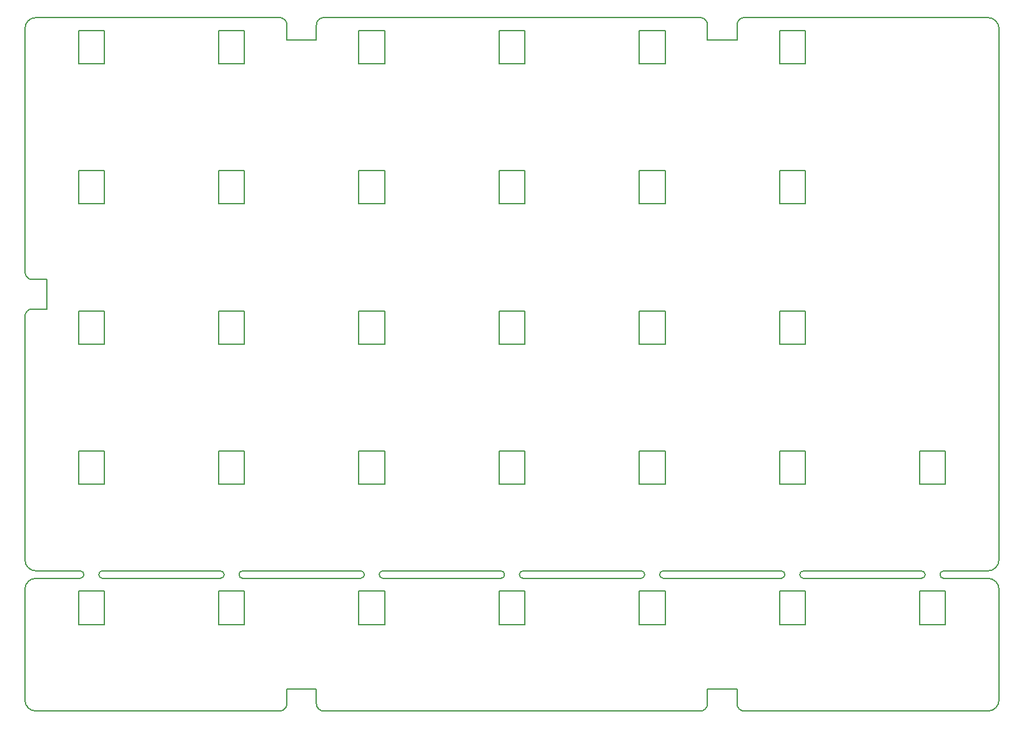
<source format=gbr>
G04 #@! TF.GenerationSoftware,KiCad,Pcbnew,(5.1.2)-2*
G04 #@! TF.CreationDate,2019-08-20T00:13:47-05:00*
G04 #@! TF.ProjectId,helix,68656c69-782e-46b6-9963-61645f706362,rev?*
G04 #@! TF.SameCoordinates,Original*
G04 #@! TF.FileFunction,Profile,NP*
%FSLAX46Y46*%
G04 Gerber Fmt 4.6, Leading zero omitted, Abs format (unit mm)*
G04 Created by KiCad (PCBNEW (5.1.2)-2) date 2019-08-20 00:13:47*
%MOMM*%
%LPD*%
G04 APERTURE LIST*
%ADD10C,0.150000*%
G04 APERTURE END LIST*
D10*
X180500000Y-138000000D02*
X213500000Y-138000000D01*
X179500000Y-135000000D02*
X179500000Y-137000000D01*
X175500000Y-137000000D02*
X175500000Y-135000000D01*
X123500000Y-138000000D02*
X174500000Y-138000000D01*
X117500000Y-138000000D02*
X84500000Y-138000000D01*
X122500000Y-135000000D02*
X122500000Y-137000000D01*
X118500000Y-135000000D02*
X118500000Y-137000000D01*
X83000000Y-84500000D02*
X83000000Y-117500000D01*
X86000000Y-83500000D02*
X84000000Y-83500000D01*
X84000000Y-79500000D02*
X86000000Y-79500000D01*
X83000000Y-45500000D02*
X83000000Y-78500000D01*
X179500000Y-137000000D02*
G75*
G03X180500000Y-138000000I1000000J0D01*
G01*
X174500000Y-138000000D02*
G75*
G03X175500000Y-137000000I0J1000000D01*
G01*
X122500000Y-137000000D02*
G75*
G03X123500000Y-138000000I1000000J0D01*
G01*
X117500000Y-138000000D02*
G75*
G03X118500000Y-137000000I0J1000000D01*
G01*
X84000000Y-83500000D02*
G75*
G03X83000000Y-84500000I0J-1000000D01*
G01*
X83000000Y-78500000D02*
G75*
G03X84000000Y-79500000I1000000J0D01*
G01*
X180500000Y-44000000D02*
X213500000Y-44000000D01*
X179500000Y-45000000D02*
X179500000Y-47000000D01*
X180500000Y-44000000D02*
G75*
G03X179500000Y-45000000I0J-1000000D01*
G01*
X175500000Y-45000000D02*
X175500000Y-47000000D01*
X175500000Y-45000000D02*
G75*
G03X174500000Y-44000000I-1000000J0D01*
G01*
X123500000Y-44000000D02*
X174500000Y-44000000D01*
X122500000Y-47000000D02*
X122500000Y-45000000D01*
X123500000Y-44000000D02*
G75*
G03X122500000Y-45000000I0J-1000000D01*
G01*
X117500000Y-44000000D02*
X84500000Y-44000000D01*
X118500000Y-45000000D02*
X118500000Y-47000000D01*
X118500000Y-45000000D02*
G75*
G03X117500000Y-44000000I-1000000J0D01*
G01*
X175500000Y-135000000D02*
X179500000Y-135000000D01*
X118500000Y-135000000D02*
X122500000Y-135000000D01*
X175500000Y-47000000D02*
X179500000Y-47000000D01*
X118500000Y-47000000D02*
X122500000Y-47000000D01*
X86000000Y-79500000D02*
X86000000Y-83500000D01*
X204250000Y-126250000D02*
X204250000Y-121750000D01*
X207750000Y-126250000D02*
X204250000Y-126250000D01*
X207750000Y-121750000D02*
X207750000Y-126250000D01*
X204250000Y-121750000D02*
X207750000Y-121750000D01*
X185250000Y-126250000D02*
X185250000Y-121750000D01*
X188750000Y-126250000D02*
X185250000Y-126250000D01*
X188750000Y-121750000D02*
X188750000Y-126250000D01*
X185250000Y-121750000D02*
X188750000Y-121750000D01*
X166250000Y-126250000D02*
X166250000Y-121750000D01*
X169750000Y-126250000D02*
X166250000Y-126250000D01*
X169750000Y-121750000D02*
X169750000Y-126250000D01*
X166250000Y-121750000D02*
X169750000Y-121750000D01*
X147250000Y-126250000D02*
X147250000Y-121750000D01*
X150750000Y-126250000D02*
X147250000Y-126250000D01*
X150750000Y-121750000D02*
X150750000Y-126250000D01*
X147250000Y-121750000D02*
X150750000Y-121750000D01*
X128250000Y-126250000D02*
X128250000Y-121750000D01*
X131750000Y-126250000D02*
X128250000Y-126250000D01*
X131750000Y-121750000D02*
X131750000Y-126250000D01*
X128250000Y-121750000D02*
X131750000Y-121750000D01*
X109250000Y-126250000D02*
X109250000Y-121750000D01*
X112750000Y-126250000D02*
X109250000Y-126250000D01*
X112750000Y-121750000D02*
X112750000Y-126250000D01*
X109250000Y-121750000D02*
X112750000Y-121750000D01*
X90250000Y-126250000D02*
X90250000Y-121750000D01*
X93750000Y-126250000D02*
X90250000Y-126250000D01*
X93750000Y-121750000D02*
X93750000Y-126250000D01*
X90250000Y-121750000D02*
X93750000Y-121750000D01*
X90250000Y-107250000D02*
X90250000Y-102750000D01*
X93750000Y-107250000D02*
X90250000Y-107250000D01*
X93750000Y-102750000D02*
X93750000Y-107250000D01*
X90250000Y-102750000D02*
X93750000Y-102750000D01*
X109250000Y-107250000D02*
X109250000Y-102750000D01*
X112750000Y-107250000D02*
X109250000Y-107250000D01*
X112750000Y-102750000D02*
X112750000Y-107250000D01*
X109250000Y-102750000D02*
X112750000Y-102750000D01*
X128250000Y-107250000D02*
X128250000Y-102750000D01*
X131750000Y-107250000D02*
X128250000Y-107250000D01*
X131750000Y-102750000D02*
X131750000Y-107250000D01*
X128250000Y-102750000D02*
X131750000Y-102750000D01*
X147250000Y-107250000D02*
X147250000Y-102750000D01*
X150750000Y-107250000D02*
X147250000Y-107250000D01*
X150750000Y-102750000D02*
X150750000Y-107250000D01*
X147250000Y-102750000D02*
X150750000Y-102750000D01*
X166250000Y-107250000D02*
X166250000Y-102750000D01*
X169750000Y-107250000D02*
X166250000Y-107250000D01*
X169750000Y-102750000D02*
X169750000Y-107250000D01*
X166250000Y-102750000D02*
X169750000Y-102750000D01*
X185250000Y-107250000D02*
X185250000Y-102750000D01*
X188750000Y-107250000D02*
X185250000Y-107250000D01*
X188750000Y-102750000D02*
X188750000Y-107250000D01*
X185250000Y-102750000D02*
X188750000Y-102750000D01*
X204250000Y-107250000D02*
X204250000Y-102750000D01*
X207750000Y-107250000D02*
X204250000Y-107250000D01*
X207750000Y-102750000D02*
X207750000Y-107250000D01*
X204250000Y-102750000D02*
X207750000Y-102750000D01*
X185250000Y-88250000D02*
X185250000Y-83750000D01*
X188750000Y-88250000D02*
X185250000Y-88250000D01*
X188750000Y-83750000D02*
X188750000Y-88250000D01*
X185250000Y-83750000D02*
X188750000Y-83750000D01*
X166250000Y-88250000D02*
X166250000Y-83750000D01*
X169750000Y-88250000D02*
X166250000Y-88250000D01*
X169750000Y-83750000D02*
X169750000Y-88250000D01*
X166250000Y-83750000D02*
X169750000Y-83750000D01*
X147250000Y-88250000D02*
X147250000Y-83750000D01*
X150750000Y-88250000D02*
X147250000Y-88250000D01*
X150750000Y-83750000D02*
X150750000Y-88250000D01*
X147250000Y-83750000D02*
X150750000Y-83750000D01*
X128250000Y-88250000D02*
X128250000Y-83750000D01*
X131750000Y-88250000D02*
X128250000Y-88250000D01*
X131750000Y-83750000D02*
X131750000Y-88250000D01*
X128250000Y-83750000D02*
X131750000Y-83750000D01*
X109250000Y-88250000D02*
X109250000Y-83750000D01*
X112750000Y-88250000D02*
X109250000Y-88250000D01*
X112750000Y-83750000D02*
X112750000Y-88250000D01*
X109250000Y-83750000D02*
X112750000Y-83750000D01*
X90250000Y-88250000D02*
X90250000Y-83750000D01*
X93750000Y-88250000D02*
X90250000Y-88250000D01*
X93750000Y-83750000D02*
X93750000Y-88250000D01*
X90250000Y-83750000D02*
X93750000Y-83750000D01*
X90250000Y-69250000D02*
X90250000Y-64750000D01*
X93750000Y-69250000D02*
X90250000Y-69250000D01*
X93750000Y-64750000D02*
X93750000Y-69250000D01*
X90250000Y-64750000D02*
X93750000Y-64750000D01*
X109250000Y-69250000D02*
X109250000Y-64750000D01*
X112750000Y-69250000D02*
X109250000Y-69250000D01*
X112750000Y-64750000D02*
X112750000Y-69250000D01*
X109250000Y-64750000D02*
X112750000Y-64750000D01*
X128250000Y-69250000D02*
X128250000Y-64750000D01*
X131750000Y-69250000D02*
X128250000Y-69250000D01*
X131750000Y-64750000D02*
X131750000Y-69250000D01*
X128250000Y-64750000D02*
X131750000Y-64750000D01*
X147250000Y-69250000D02*
X147250000Y-64750000D01*
X150750000Y-69250000D02*
X147250000Y-69250000D01*
X150750000Y-64750000D02*
X150750000Y-69250000D01*
X147250000Y-64750000D02*
X150750000Y-64750000D01*
X166250000Y-69250000D02*
X166250000Y-64750000D01*
X169750000Y-69250000D02*
X166250000Y-69250000D01*
X169750000Y-64750000D02*
X169750000Y-69250000D01*
X166250000Y-64750000D02*
X169750000Y-64750000D01*
X185250000Y-69250000D02*
X185250000Y-64750000D01*
X188750000Y-69250000D02*
X185250000Y-69250000D01*
X188750000Y-64750000D02*
X188750000Y-69250000D01*
X185250000Y-64750000D02*
X188750000Y-64750000D01*
X185250000Y-50250000D02*
X185250000Y-45750000D01*
X188750000Y-50250000D02*
X185250000Y-50250000D01*
X188750000Y-45750000D02*
X188750000Y-50250000D01*
X185250000Y-45750000D02*
X188750000Y-45750000D01*
X166250000Y-50250000D02*
X166250000Y-45750000D01*
X169750000Y-50250000D02*
X166250000Y-50250000D01*
X169750000Y-45750000D02*
X169750000Y-50250000D01*
X166250000Y-45750000D02*
X169750000Y-45750000D01*
X147250000Y-50250000D02*
X147250000Y-45750000D01*
X150750000Y-50250000D02*
X147250000Y-50250000D01*
X150750000Y-45750000D02*
X150750000Y-50250000D01*
X147250000Y-45750000D02*
X150750000Y-45750000D01*
X128250000Y-50250000D02*
X128250000Y-45750000D01*
X131750000Y-50250000D02*
X128250000Y-50250000D01*
X131750000Y-45750000D02*
X131750000Y-50250000D01*
X128250000Y-45750000D02*
X131750000Y-45750000D01*
X109250000Y-50250000D02*
X109250000Y-45750000D01*
X112750000Y-50250000D02*
X109250000Y-50250000D01*
X112750000Y-45750000D02*
X112750000Y-50250000D01*
X109250000Y-45750000D02*
X112750000Y-45750000D01*
X90250000Y-50250000D02*
X90250000Y-45750000D01*
X93750000Y-50250000D02*
X90250000Y-50250000D01*
X93750000Y-45750000D02*
X93750000Y-50250000D01*
X90250000Y-45750000D02*
X93750000Y-45750000D01*
X204500000Y-120000000D02*
X188500000Y-120000000D01*
X188500000Y-119000000D02*
X204500000Y-119000000D01*
X185500000Y-120000000D02*
X169500000Y-120000000D01*
X169500000Y-119000000D02*
X185500000Y-119000000D01*
X166500000Y-120000000D02*
X150500000Y-120000000D01*
X150500000Y-119000000D02*
X166500000Y-119000000D01*
X147500000Y-120000000D02*
X131500000Y-120000000D01*
X131500000Y-119000000D02*
X147500000Y-119000000D01*
X128500000Y-120000000D02*
X112500000Y-120000000D01*
X112500000Y-119000000D02*
X128500000Y-119000000D01*
X93500000Y-120000000D02*
X109500000Y-120000000D01*
X93500000Y-119000000D02*
X109500000Y-119000000D01*
X90500000Y-120000000D02*
X84500000Y-120000000D01*
X84500000Y-119000000D02*
X90500000Y-119000000D01*
X215000000Y-117500000D02*
X215000000Y-45500000D01*
X207500000Y-119000000D02*
X213500000Y-119000000D01*
X213500000Y-120000000D02*
X207500000Y-120000000D01*
X215000000Y-136500000D02*
X215000000Y-121500000D01*
X83000000Y-121500000D02*
X83000000Y-136500000D01*
X215000000Y-45500000D02*
G75*
G03X213500000Y-44000000I-1500000J0D01*
G01*
X84500000Y-44000000D02*
G75*
G03X83000000Y-45500000I0J-1500000D01*
G01*
X207000000Y-119500000D02*
G75*
G03X207500000Y-120000000I500000J0D01*
G01*
X207500000Y-119000000D02*
G75*
G03X207000000Y-119500000I0J-500000D01*
G01*
X204500000Y-120000000D02*
G75*
G03X205000000Y-119500000I0J500000D01*
G01*
X205000000Y-119500000D02*
G75*
G03X204500000Y-119000000I-500000J0D01*
G01*
X188000000Y-119500000D02*
G75*
G03X188500000Y-120000000I500000J0D01*
G01*
X188500000Y-119000000D02*
G75*
G03X188000000Y-119500000I0J-500000D01*
G01*
X185500000Y-120000000D02*
G75*
G03X186000000Y-119500000I0J500000D01*
G01*
X186000000Y-119500000D02*
G75*
G03X185500000Y-119000000I-500000J0D01*
G01*
X169000000Y-119500000D02*
G75*
G03X169500000Y-120000000I500000J0D01*
G01*
X169500000Y-119000000D02*
G75*
G03X169000000Y-119500000I0J-500000D01*
G01*
X166500000Y-120000000D02*
G75*
G03X167000000Y-119500000I0J500000D01*
G01*
X167000000Y-119500000D02*
G75*
G03X166500000Y-119000000I-500000J0D01*
G01*
X150000000Y-119500000D02*
G75*
G03X150500000Y-120000000I500000J0D01*
G01*
X150500000Y-119000000D02*
G75*
G03X150000000Y-119500000I0J-500000D01*
G01*
X147500000Y-120000000D02*
G75*
G03X148000000Y-119500000I0J500000D01*
G01*
X148000000Y-119500000D02*
G75*
G03X147500000Y-119000000I-500000J0D01*
G01*
X131000000Y-119500000D02*
G75*
G03X131500000Y-120000000I500000J0D01*
G01*
X131500000Y-119000000D02*
G75*
G03X131000000Y-119500000I0J-500000D01*
G01*
X128500000Y-120000000D02*
G75*
G03X129000000Y-119500000I0J500000D01*
G01*
X129000000Y-119500000D02*
G75*
G03X128500000Y-119000000I-500000J0D01*
G01*
X112000000Y-119500000D02*
G75*
G03X112500000Y-120000000I500000J0D01*
G01*
X112500000Y-119000000D02*
G75*
G03X112000000Y-119500000I0J-500000D01*
G01*
X109500000Y-120000000D02*
G75*
G03X110000000Y-119500000I0J500000D01*
G01*
X110000000Y-119500000D02*
G75*
G03X109500000Y-119000000I-500000J0D01*
G01*
X93000000Y-119500000D02*
G75*
G03X93500000Y-120000000I500000J0D01*
G01*
X93500000Y-119000000D02*
G75*
G03X93000000Y-119500000I0J-500000D01*
G01*
X90500000Y-120000000D02*
G75*
G03X91000000Y-119500000I0J500000D01*
G01*
X91000000Y-119500000D02*
G75*
G03X90500000Y-119000000I-500000J0D01*
G01*
X83000000Y-117500000D02*
G75*
G03X84500000Y-119000000I1500000J0D01*
G01*
X84500000Y-120000000D02*
G75*
G03X83000000Y-121500000I0J-1500000D01*
G01*
X83000000Y-136500000D02*
G75*
G03X84500000Y-138000000I1500000J0D01*
G01*
X213500000Y-138000000D02*
G75*
G03X215000000Y-136500000I0J1500000D01*
G01*
X215000000Y-121500000D02*
G75*
G03X213500000Y-120000000I-1500000J0D01*
G01*
X213500000Y-119000000D02*
G75*
G03X215000000Y-117500000I0J1500000D01*
G01*
M02*

</source>
